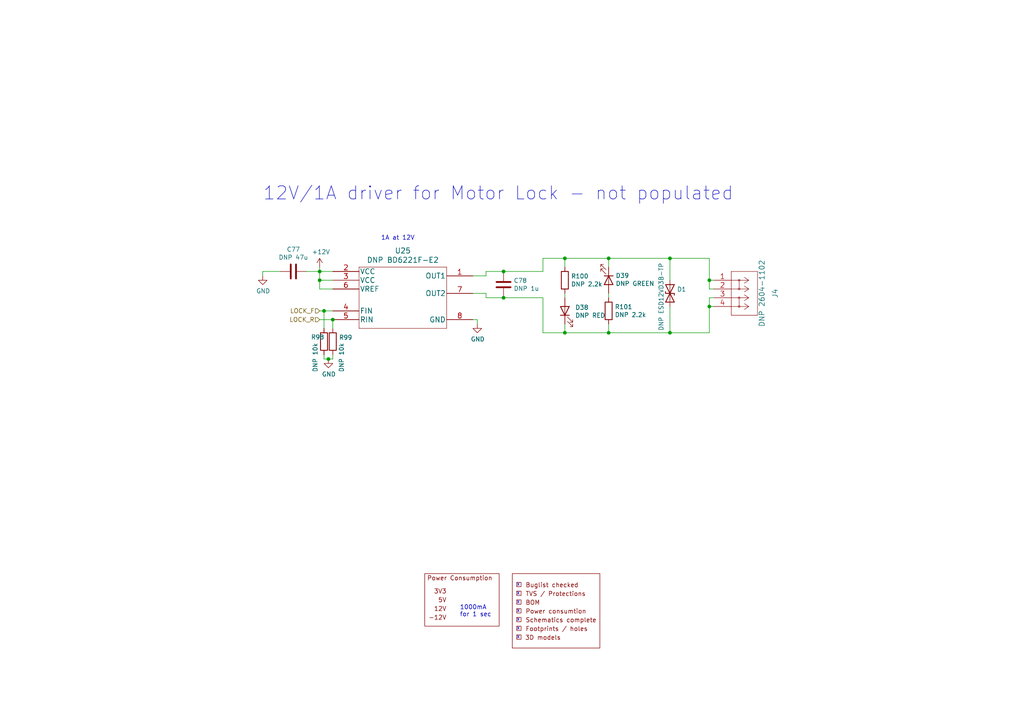
<source format=kicad_sch>
(kicad_sch (version 20211123) (generator eeschema)
  (paper "A4")
  (title_block (title "Yeti Board") (date "2021-05-14") (rev "02") (company "Pionix GmbH") (comment 1 "Cornelius Claussen"))
  (lib_symbols
    (symbol "Device:C" (pin_numbers hide) (pin_names (offset 0.254))
      (property "Reference" "C" (at 0.635 2.54 0))
      (property "Value" "C" (at 0.635 -2.54 0))
      (symbol "C_0_1"
        (polyline (pts (xy -2.032 -0.762) (xy 2.032 -0.762)) (stroke (width 0.508)))
        (polyline (pts (xy -2.032 0.762) (xy 2.032 0.762)) (stroke (width 0.508)))
      )
      (symbol "C_1_1"
        (pin passive line (at 0 3.81 270) (length 2.794) (name "~") (number "1"))
        (pin passive line (at 0 -3.81 90) (length 2.794) (name "~") (number "2"))
      )
    )
    (symbol "Device:D_TVS" (pin_numbers hide) (pin_names (offset 1.016) hide)
      (property "Reference" "D" (at 0 2.54 0))
      (property "Value" "D_TVS" (at 0 -2.54 0))
      (symbol "D_TVS_0_1"
        (polyline (pts (xy 1.27 0) (xy -1.27 0)))
        (polyline (pts (xy 0.508 1.27) (xy 0 1.27) (xy 0 -1.27) (xy -0.508 -1.27)) (stroke (width 0.254)))
        (polyline (pts (xy -2.54 1.27) (xy -2.54 -1.27) (xy 2.54 1.27) (xy 2.54 -1.27) (xy -2.54 1.27)) (stroke (width 0.254)))
      )
      (symbol "D_TVS_1_1"
        (pin passive line (at -3.81 0 0) (length 2.54) (name "A1") (number "1"))
        (pin passive line (at 3.81 0 180) (length 2.54) (name "A2") (number "2"))
      )
    )
    (symbol "Device:LED" (pin_numbers hide) (pin_names (offset 1.016) hide)
      (property "Reference" "D" (at 0 2.54 0))
      (property "Value" "LED" (at 0 -2.54 0))
      (symbol "LED_0_1"
        (polyline (pts (xy -1.27 -1.27) (xy -1.27 1.27)) (stroke (width 0.254)))
        (polyline (pts (xy -1.27 0) (xy 1.27 0)))
        (polyline (pts (xy 1.27 -1.27) (xy 1.27 1.27) (xy -1.27 0) (xy 1.27 -1.27)) (stroke (width 0.254)))
        (polyline (pts (xy -3.048 -0.762) (xy -4.572 -2.286) (xy -3.81 -2.286) (xy -4.572 -2.286) (xy -4.572 -1.524)))
        (polyline (pts (xy -1.778 -0.762) (xy -3.302 -2.286) (xy -2.54 -2.286) (xy -3.302 -2.286) (xy -3.302 -1.524)))
      )
      (symbol "LED_1_1"
        (pin passive line (at -3.81 0 0) (length 2.54) (name "K") (number "1"))
        (pin passive line (at 3.81 0 180) (length 2.54) (name "A") (number "2"))
      )
    )
    (symbol "Device:R" (pin_numbers hide) (pin_names (offset 0))
      (property "Reference" "R" (at 2.032 0 90))
      (property "Value" "R" (at 0 0 90))
      (symbol "R_0_1"
        (rectangle (start -1.016 -2.54) (end 1.016 2.54) (stroke (width 0.254)))
      )
      (symbol "R_1_1"
        (pin passive line (at 0 3.81 270) (length 1.27) (name "~") (number "1"))
        (pin passive line (at 0 -3.81 90) (length 1.27) (name "~") (number "2"))
      )
    )
    (symbol "ev-devboard:2604-1102" (pin_names (offset 0.254) hide)
      (property "Reference" "J" (at -1.27 11.43 0))
      (property "Value" "2604-1102" (at -1.27 8.89 0))
      (symbol "2604-1102_1_1"
        (circle (center -2.794 -2.54) (radius 0.254) (stroke (width 0.127)))
        (circle (center -2.794 0) (radius 0.254) (stroke (width 0.127)))
        (circle (center -2.794 2.54) (radius 0.254) (stroke (width 0.127)))
        (circle (center -2.794 5.08) (radius 0.254) (stroke (width 0.127)))
        (arc (start -2.54 -2.54) (mid -3.048 -2.54) (end -2.54 -2.54) (stroke (width 0.127)))
        (arc (start -2.54 0) (mid -3.048 0) (end -2.54 0) (stroke (width 0.127)))
        (arc (start -2.54 2.54) (mid -3.048 2.54) (end -2.54 2.54) (stroke (width 0.127)))
        (arc (start -2.54 5.08) (mid -3.048 5.08) (end -2.54 5.08) (stroke (width 0.127)))
        (polyline (pts (xy -5.08 -5.08) (xy 2.54 -5.08)) (stroke (width 0.127)))
        (polyline (pts (xy -5.08 7.62) (xy -5.08 -5.08)) (stroke (width 0.127)))
        (polyline (pts (xy -2.794 -0.254) (xy -2.794 -2.286)) (stroke (width 0.127)))
        (polyline (pts (xy -2.794 4.826) (xy -2.794 2.794)) (stroke (width 0.127)))
        (polyline (pts (xy 0 -2.54) (xy -5.08 -2.54)) (stroke (width 0.127)))
        (polyline (pts (xy 0 -2.54) (xy -1.27 -3.3782)) (stroke (width 0.127)))
        (polyline (pts (xy 0 -2.54) (xy -1.27 -1.7018)) (stroke (width 0.127)))
        (polyline (pts (xy 0 0) (xy -5.08 0)) (stroke (width 0.127)))
        (polyline (pts (xy 0 0) (xy -1.27 -0.8382)) (stroke (width 0.127)))
        (polyline (pts (xy 0 0) (xy -1.27 0.8382)) (stroke (width 0.127)))
        (polyline (pts (xy 0 2.54) (xy -5.08 2.54)) (stroke (width 0.127)))
        (polyline (pts (xy 0 2.54) (xy -1.27 1.7018)) (stroke (width 0.127)))
        (polyline (pts (xy 0 2.54) (xy -1.27 3.3782)) (stroke (width 0.127)))
        (polyline (pts (xy 0 5.08) (xy -5.08 5.08)) (stroke (width 0.127)))
        (polyline (pts (xy 0 5.08) (xy -1.27 4.2418)) (stroke (width 0.127)))
        (polyline (pts (xy 0 5.08) (xy -1.27 5.9182)) (stroke (width 0.127)))
        (polyline (pts (xy 2.54 -5.08) (xy 2.54 7.62)) (stroke (width 0.127)))
        (polyline (pts (xy 2.54 7.62) (xy -5.08 7.62)) (stroke (width 0.127)))
        (pin passive line (at -10.16 5.08 0) (length 5.08) (name "1") (number "1"))
        (pin passive line (at -10.16 2.54 0) (length 5.08) (name "2") (number "2"))
        (pin passive line (at -10.16 0 0) (length 5.08) (name "3") (number "3"))
        (pin passive line (at -10.16 -2.54 0) (length 5.08) (name "4") (number "4"))
      )
    )
    (symbol "ev-devboard:BD6221F-E2" (pin_names (offset 0.254))
      (property "Reference" "U" (at -1.27 13.97 0))
      (property "Value" "BD6221F-E2" (at -1.27 11.43 0))
      (symbol "BD6221F-E2_1_1"
        (polyline (pts (xy -13.97 -8.89) (xy 11.43 -8.89)) (stroke (width 0.127)))
        (polyline (pts (xy -13.97 8.89) (xy -13.97 -8.89)) (stroke (width 0.127)))
        (polyline (pts (xy 11.43 -8.89) (xy 11.43 8.89)) (stroke (width 0.127)))
        (polyline (pts (xy 11.43 8.89) (xy -13.97 8.89)) (stroke (width 0.127)))
        (pin output line (at 19.05 6.35 180) (length 7.62) (name "OUT1") (number "1"))
        (pin power_in line (at -21.59 7.62 0) (length 7.62) (name "VCC") (number "2"))
        (pin power_in line (at -21.59 5.08 0) (length 7.62) (name "VCC") (number "3"))
        (pin input line (at -21.59 -3.81 0) (length 7.62) (name "FIN") (number "4"))
        (pin input line (at -21.59 -6.35 0) (length 7.62) (name "RIN") (number "5"))
        (pin power_in line (at -21.59 2.54 0) (length 7.62) (name "VREF") (number "6"))
        (pin output line (at 19.05 1.27 180) (length 7.62) (name "OUT2") (number "7"))
        (pin power_in line (at 19.05 -6.35 180) (length 7.62) (name "GND") (number "8"))
      )
    )
    (symbol "ev-devboard:CHECKLIST" (pin_numbers hide) (pin_names (offset 0) hide)
      (symbol "CHECKLIST_0_0"
        (rectangle (start -11.43 10.16) (end 13.97 -11.43))
        (rectangle (start -10.16 7.62) (end -8.89 6.35))
        (text "3D models" (at -2.54 -7.62 0) (effects (font (size 1.27 1.27)) (justify top)))
        (text "BOM" (at -7.62 2.54 0) (effects (font (size 1.27 1.27)) (justify left top)))
        (text "Buglist checked" (at -7.62 7.62 0) (effects (font (size 1.27 1.27)) (justify left top)))
        (text "Footprints / holes" (at -7.62 -5.08 0) (effects (font (size 1.27 1.27)) (justify left top)))
        (text "Power consumtion" (at -7.62 0 0) (effects (font (size 1.27 1.27)) (justify left top)))
        (text "Schematics complete" (at -7.62 -2.54 0) (effects (font (size 1.27 1.27)) (justify left top)))
        (text "TVS / Protections" (at -7.62 5.08 0) (effects (font (size 1.27 1.27)) (justify left top)))
      )
      (symbol "CHECKLIST_1_1"
        (rectangle (start -10.16 -7.62) (end -8.89 -8.89))
        (rectangle (start -10.16 -5.08) (end -8.89 -6.35))
        (rectangle (start -10.16 -2.54) (end -8.89 -3.81))
        (rectangle (start -10.16 0) (end -8.89 -1.27))
        (rectangle (start -10.16 2.54) (end -8.89 1.27))
        (rectangle (start -10.16 5.08) (end -8.89 3.81))
      )
    )
    (symbol "ev-devboard:POWERCONSUMPTION" (pin_names (offset 1.016))
      (symbol "POWERCONSUMPTION_0_0"
        (rectangle (start -10.16 7.62) (end 11.43 -7.62))
        (text "-12V" (at -3.81 -5.08 0) (effects (font (size 1.27 1.27)) (justify right)))
        (text "12V" (at -3.81 -2.54 0) (effects (font (size 1.27 1.27)) (justify right)))
        (text "3V3" (at -3.81 2.54 0) (effects (font (size 1.27 1.27)) (justify right)))
        (text "5V" (at -3.81 0 0) (effects (font (size 1.27 1.27)) (justify right)))
        (text "Power Consumption" (at 0 6.35 0) (effects (font (size 1.27 1.27))))
      )
    )
    (symbol "power:+12V" (power) (pin_names (offset 0))
      (property "Value" "+12V" (at 0 3.556 0))
      (symbol "+12V_0_1"
        (polyline (pts (xy -0.762 1.27) (xy 0 2.54)))
        (polyline (pts (xy 0 0) (xy 0 2.54)))
        (polyline (pts (xy 0 2.54) (xy 0.762 1.27)))
      )
      (symbol "+12V_1_1"
        (pin power_in line (at 0 0 90) (length 0) hide (name "+12V") (number "1"))
      )
    )
    (symbol "power:GND" (power) (pin_names (offset 0))
      (property "Value" "GND" (at 0 -3.81 0))
      (symbol "GND_0_1"
        (polyline (pts (xy 0 0) (xy 0 -1.27) (xy 1.27 -1.27) (xy 0 -2.54) (xy -1.27 -1.27) (xy 0 -1.27)))
      )
      (symbol "GND_1_1"
        (pin power_in line (at 0 0 270) (length 0) hide (name "GND") (number "1"))
      )
    )
  )
  (junction (at 176.53 74.93))
  (junction (at 163.83 74.93))
  (junction (at 96.52 92.71))
  (junction (at 95.25 104.14))
  (junction (at 92.71 78.74))
  (junction (at 93.98 90.17))
  (junction (at 194.31 96.52))
  (junction (at 194.31 74.93))
  (junction (at 205.74 81.28))
  (junction (at 205.74 88.9))
  (junction (at 146.05 78.74))
  (junction (at 146.05 86.36))
  (junction (at 163.83 96.52))
  (junction (at 92.71 81.28))
  (junction (at 176.53 96.52))
  (wire (pts (xy 92.71 83.82) (xy 96.52 83.82)))
  (wire (pts (xy 176.53 74.93) (xy 194.31 74.93)))
  (wire (pts (xy 140.97 85.09) (xy 140.97 86.36)))
  (wire (pts (xy 176.53 86.36) (xy 176.53 85.09)))
  (wire (pts (xy 140.97 78.74) (xy 146.05 78.74)))
  (wire (pts (xy 93.98 104.14) (xy 95.25 104.14)))
  (wire (pts (xy 92.71 90.17) (xy 93.98 90.17)))
  (wire (pts (xy 138.43 92.71) (xy 138.43 93.98)))
  (wire (pts (xy 163.83 96.52) (xy 157.48 96.52)))
  (wire (pts (xy 93.98 102.87) (xy 93.98 104.14)))
  (wire (pts (xy 157.48 78.74) (xy 157.48 74.93)))
  (wire (pts (xy 96.52 92.71) (xy 96.52 95.25)))
  (wire (pts (xy 146.05 86.36) (xy 157.48 86.36)))
  (wire (pts (xy 163.83 77.47) (xy 163.83 74.93)))
  (wire (pts (xy 76.2 78.74) (xy 76.2 80.01)))
  (wire (pts (xy 140.97 80.01) (xy 140.97 78.74)))
  (wire (pts (xy 205.74 74.93) (xy 205.74 81.28)))
  (wire (pts (xy 92.71 81.28) (xy 92.71 83.82)))
  (wire (pts (xy 95.25 104.14) (xy 96.52 104.14)))
  (wire (pts (xy 96.52 104.14) (xy 96.52 102.87)))
  (wire (pts (xy 92.71 77.47) (xy 92.71 78.74)))
  (wire (pts (xy 194.31 88.9) (xy 194.31 96.52)))
  (wire (pts (xy 146.05 78.74) (xy 157.48 78.74)))
  (wire (pts (xy 207.01 86.36) (xy 205.74 86.36)))
  (wire (pts (xy 176.53 93.98) (xy 176.53 96.52)))
  (wire (pts (xy 88.9 78.74) (xy 92.71 78.74)))
  (wire (pts (xy 163.83 93.98) (xy 163.83 96.52)))
  (wire (pts (xy 157.48 96.52) (xy 157.48 86.36)))
  (wire (pts (xy 163.83 85.09) (xy 163.83 86.36)))
  (wire (pts (xy 205.74 81.28) (xy 205.74 83.82)))
  (wire (pts (xy 157.48 74.93) (xy 163.83 74.93)))
  (wire (pts (xy 207.01 83.82) (xy 205.74 83.82)))
  (wire (pts (xy 92.71 92.71) (xy 96.52 92.71)))
  (wire (pts (xy 92.71 78.74) (xy 92.71 81.28)))
  (wire (pts (xy 205.74 88.9) (xy 205.74 96.52)))
  (wire (pts (xy 81.28 78.74) (xy 76.2 78.74)))
  (wire (pts (xy 194.31 74.93) (xy 205.74 74.93)))
  (wire (pts (xy 137.16 80.01) (xy 140.97 80.01)))
  (wire (pts (xy 92.71 78.74) (xy 96.52 78.74)))
  (wire (pts (xy 205.74 86.36) (xy 205.74 88.9)))
  (wire (pts (xy 140.97 85.09) (xy 137.16 85.09)))
  (wire (pts (xy 194.31 81.28) (xy 194.31 74.93)))
  (wire (pts (xy 93.98 95.25) (xy 93.98 90.17)))
  (wire (pts (xy 176.53 77.47) (xy 176.53 74.93)))
  (wire (pts (xy 194.31 96.52) (xy 205.74 96.52)))
  (wire (pts (xy 140.97 86.36) (xy 146.05 86.36)))
  (wire (pts (xy 137.16 92.71) (xy 138.43 92.71)))
  (wire (pts (xy 176.53 96.52) (xy 194.31 96.52)))
  (wire (pts (xy 163.83 74.93) (xy 176.53 74.93)))
  (wire (pts (xy 207.01 81.28) (xy 205.74 81.28)))
  (wire (pts (xy 96.52 81.28) (xy 92.71 81.28)))
  (wire (pts (xy 176.53 96.52) (xy 163.83 96.52)))
  (wire (pts (xy 207.01 88.9) (xy 205.74 88.9)))
  (wire (pts (xy 93.98 90.17) (xy 96.52 90.17)))
  (text "X" (at 149.86 180.34 0) (effects (font (size 0.762 0.762)) (justify left bottom)))
  (text "X" (at 149.86 170.18 0) (effects (font (size 0.762 0.762)) (justify left bottom)))
  (text "X" (at 149.86 177.8 0) (effects (font (size 0.762 0.762)) (justify left bottom)))
  (text "X" (at 149.86 182.88 0) (effects (font (size 0.762 0.762)) (justify left bottom)))
  (text "X" (at 149.86 175.26 0) (effects (font (size 0.762 0.762)) (justify left bottom)))
  (text "12V/1A driver for Motor Lock - not populated" (at 76.2 58.42 0) (effects (font (size 3.81 3.81)) (justify left bottom)))
  (text "1A at 12V\n" (at 110.49 69.85 0) (effects (font (size 1.27 1.27)) (justify left bottom)))
  (text "X" (at 149.86 172.72 0) (effects (font (size 0.762 0.762)) (justify left bottom)))
  (text "1000mA \nfor 1 sec" (at 133.35 179.07 0) (effects (font (size 1.27 1.27)) (justify left bottom)))
  (text "X" (at 149.86 185.42 0) (effects (font (size 0.762 0.762)) (justify left bottom)))
  (hierarchical_label "LOCK_R" (shape input) (at 92.71 92.71 180))
  (hierarchical_label "LOCK_F" (shape input) (at 92.71 90.17 180))
  (symbol (lib_id "ev-devboard:BD6221F-E2") (at 118.11 86.36 0) (unit 1)
    (property "Reference" "U25" (at 116.84 72.7202 0) (effects (font (size 1.524 1.524))))
    (property "Value" "DNP BD6221F-E2" (at 116.84 75.4126 0) (effects (font (size 1.524 1.524))))
    (property "Footprint" "ev-devboard:BD6221F-E2" (effects hide))
    (property "Digikey" "BD6221F-E2CT-ND" (effects hide))
    (property "MPN" "BD6221F-E2" (effects hide))
    (property "Manufacturer" "Rohm Semiconductor" (effects hide))
    (property "Price" "1.48" (effects hide))
  )
  (symbol (lib_id "power:+12V") (at 92.71 77.47 0) (unit 1)
    (property "Reference" "#PWR0115" (effects hide))
    (property "Value" "+12V" (at 93.091 73.0758 0))
  )
  (symbol (lib_id "power:GND") (at 138.43 93.98 0) (unit 1)
    (property "Reference" "#PWR0117" (effects hide))
    (property "Value" "GND" (at 138.557 98.3742 0))
  )
  (symbol (lib_id "Device:C") (at 85.09 78.74 90) (unit 1)
    (property "Reference" "C77" (at 85.09 72.3392 90))
    (property "Value" "DNP 47u" (at 85.09 74.6506 90))
    (property "Footprint" "Capacitor_SMD:C_1206_3216Metric" (effects hide))
  )
  (symbol (lib_id "power:GND") (at 76.2 80.01 0) (unit 1)
    (property "Reference" "#PWR0114" (effects hide))
    (property "Value" "GND" (at 76.327 84.4042 0))
  )
  (symbol (lib_id "Device:R") (at 96.52 99.06 0) (unit 1)
    (property "Reference" "R99" (at 98.298 97.8916 0) (effects (justify left)))
    (property "Value" "DNP 10k" (at 99.06 107.95 90) (effects (justify left)))
    (property "Footprint" "Resistor_SMD:R_0603_1608Metric" (effects hide))
  )
  (symbol (lib_id "Device:R") (at 93.98 99.06 0) (unit 1)
    (property "Reference" "R98" (at 90.17 97.79 0) (effects (justify left)))
    (property "Value" "DNP 10k" (at 91.44 107.95 90) (effects (justify left)))
    (property "Footprint" "Resistor_SMD:R_0603_1608Metric" (effects hide))
  )
  (symbol (lib_id "power:GND") (at 95.25 104.14 0) (unit 1)
    (property "Reference" "#PWR0116" (effects hide))
    (property "Value" "GND" (at 95.377 108.5342 0))
  )
  (symbol (lib_id "Device:C") (at 146.05 82.55 0) (unit 1)
    (property "Reference" "C78" (at 148.971 81.3816 0) (effects (justify left)))
    (property "Value" "DNP 1u" (at 148.971 83.693 0) (effects (justify left)))
    (property "Footprint" "Capacitor_SMD:C_0805_2012Metric" (effects hide))
  )
  (symbol (lib_id "Device:R") (at 163.83 81.28 0) (unit 1)
    (property "Reference" "R100" (at 165.608 80.1116 0) (effects (justify left)))
    (property "Value" "DNP 2.2k" (at 165.608 82.423 0) (effects (justify left)))
    (property "Footprint" "Resistor_SMD:R_0603_1608Metric" (effects hide))
  )
  (symbol (lib_id "Device:LED") (at 163.83 90.17 90) (unit 1)
    (property "Reference" "D38" (at 166.8272 89.1794 90) (effects (justify right)))
    (property "Value" "DNP RED" (at 166.8272 91.4908 90) (effects (justify right)))
    (property "Footprint" "LED_SMD:LED_0603_1608Metric" (effects hide))
  )
  (symbol (lib_id "Device:R") (at 176.53 90.17 180) (unit 1)
    (property "Reference" "R101" (at 178.308 89.0016 0) (effects (justify right)))
    (property "Value" "DNP 2.2k" (at 178.308 91.313 0) (effects (justify right)))
    (property "Footprint" "Resistor_SMD:R_0603_1608Metric" (effects hide))
  )
  (symbol (lib_id "Device:LED") (at 176.53 81.28 270) (unit 1)
    (property "Reference" "D39" (at 178.562 79.9338 90) (effects (justify left)))
    (property "Value" "DNP GREEN" (at 178.562 82.2452 90) (effects (justify left)))
    (property "Footprint" "LED_SMD:LED_0603_1608Metric" (effects hide))
  )
  (symbol (lib_id "Device:D_TVS") (at 194.31 85.09 270) (unit 1)
    (property "Reference" "D1" (at 196.342 83.9216 90) (effects (justify left)))
    (property "Value" "DNP ESD12VD3B-TP" (at 191.77 76.2 0) (effects (justify left)))
    (property "Footprint" "Diode_SMD:D_SOD-323" (effects hide))
  )
  (symbol (lib_id "ev-devboard:POWERCONSUMPTION") (at 133.35 173.99 0) (unit 1)
    (property "Reference" "#NONE13" (effects hide))
    (property "Value" "POWERCONSUMPTION" (effects hide))
  )
  (symbol (lib_id "ev-devboard:CHECKLIST") (at 160.02 176.53 0) (unit 1)
    (property "Reference" "#NONE14" (effects hide))
    (property "Value" "CHECKLIST" (effects hide))
  )
  (symbol (lib_id "ev-devboard:2604-1102") (at 217.17 86.36 0) (unit 1)
    (property "Reference" "J4" (at 224.79 85.09 90) (effects (font (size 1.524 1.524))))
    (property "Value" "DNP 2604-1102" (at 220.98 85.09 90) (effects (font (size 1.524 1.524))))
    (property "Footprint" "ev-devboard:2604-1102" (effects hide))
    (property "MPN" "2604-1102" (effects hide))
    (property "Manufacturer" "WAGO" (effects hide))
  )
)
</source>
